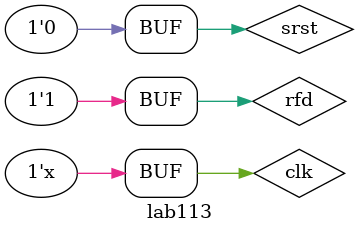
<source format=sv>
`timescale 1ns / 1ps

module lab113();
    logic clk = 0;
    logic rfd;
    logic srst;
    logic din_v;
    logic [15:0] din;
    logic [15:0] dout;
    
    always #(5) clk = ~clk;
    
    ReadFile #(
        .numOfBits(16),
        .file_name("/home/user/lab113/data2fpga.dat")
    ) tb_ReadFile (
        .clk(clk),
        .rfd(rfd),
        .rst(srst),
        .dv(din_v),
        .data(din)
    );
    
    lab111_main test111(
        .clk(clk),
        .din_v(din_v),
        .din(din),
        .dout(dout)
    );
    
    WriteFile_full #(
        .numOfBits(16),
        .file_name("/home/user/lab113/data_from_fpga.dat")
    ) tb_WriteFile_full (
        .clk(clk),
        .dv(din_v),
        .DataIn(dout),
        .sign(1)
    );
        
    initial begin
        rfd = 0;
        srst = 1;
        #100;
        
        rfd = 1;
        srst = 0;
        
    end 
endmodule

</source>
